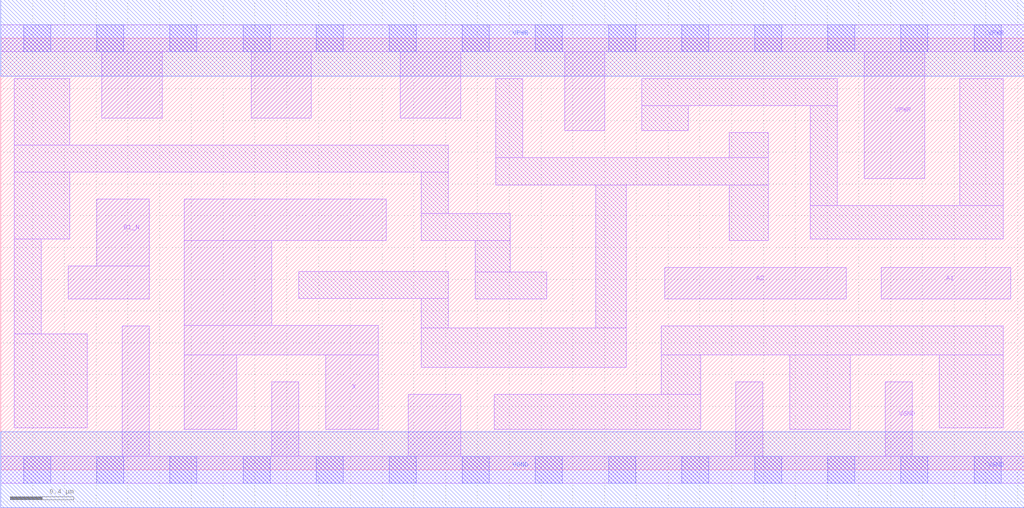
<source format=lef>
# Copyright 2020 The SkyWater PDK Authors
#
# Licensed under the Apache License, Version 2.0 (the "License");
# you may not use this file except in compliance with the License.
# You may obtain a copy of the License at
#
#     https://www.apache.org/licenses/LICENSE-2.0
#
# Unless required by applicable law or agreed to in writing, software
# distributed under the License is distributed on an "AS IS" BASIS,
# WITHOUT WARRANTIES OR CONDITIONS OF ANY KIND, either express or implied.
# See the License for the specific language governing permissions and
# limitations under the License.
#
# SPDX-License-Identifier: Apache-2.0

VERSION 5.7 ;
  NAMESCASESENSITIVE ON ;
  NOWIREEXTENSIONATPIN ON ;
  DIVIDERCHAR "/" ;
  BUSBITCHARS "[]" ;
UNITS
  DATABASE MICRONS 200 ;
END UNITS
PROPERTYDEFINITIONS
  MACRO maskLayoutSubType STRING ;
  MACRO prCellType STRING ;
  MACRO originalViewName STRING ;
END PROPERTYDEFINITIONS
MACRO sky130_fd_sc_hdll__o21ba_4
  CLASS CORE ;
  FOREIGN sky130_fd_sc_hdll__o21ba_4 ;
  ORIGIN  0.000000  0.000000 ;
  SIZE  6.440000 BY  2.720000 ;
  SYMMETRY X Y R90 ;
  SITE unithd ;
  PIN A1
    ANTENNAGATEAREA  0.555000 ;
    DIRECTION INPUT ;
    USE SIGNAL ;
    PORT
      LAYER li1 ;
        RECT 5.540000 1.075000 6.355000 1.275000 ;
    END
  END A1
  PIN A2
    ANTENNAGATEAREA  0.555000 ;
    DIRECTION INPUT ;
    USE SIGNAL ;
    PORT
      LAYER li1 ;
        RECT 4.180000 1.075000 5.320000 1.275000 ;
    END
  END A2
  PIN B1_N
    ANTENNAGATEAREA  0.277500 ;
    DIRECTION INPUT ;
    USE SIGNAL ;
    PORT
      LAYER li1 ;
        RECT 0.425000 1.075000 0.935000 1.285000 ;
        RECT 0.605000 1.285000 0.935000 1.705000 ;
    END
  END B1_N
  PIN X
    ANTENNADIFFAREA  1.028500 ;
    DIRECTION OUTPUT ;
    USE SIGNAL ;
    PORT
      LAYER li1 ;
        RECT 1.155000 0.255000 1.485000 0.725000 ;
        RECT 1.155000 0.725000 2.375000 0.910000 ;
        RECT 1.155000 0.910000 1.705000 1.445000 ;
        RECT 1.155000 1.445000 2.425000 1.705000 ;
        RECT 2.045000 0.255000 2.375000 0.725000 ;
    END
  END X
  PIN VGND
    DIRECTION INOUT ;
    USE GROUND ;
    PORT
      LAYER li1 ;
        RECT 0.000000 -0.085000 6.440000 0.085000 ;
        RECT 0.765000  0.085000 0.935000 0.905000 ;
        RECT 1.705000  0.085000 1.875000 0.555000 ;
        RECT 2.565000  0.085000 2.895000 0.475000 ;
        RECT 4.625000  0.085000 4.795000 0.555000 ;
        RECT 5.565000  0.085000 5.735000 0.555000 ;
      LAYER mcon ;
        RECT 0.145000 -0.085000 0.315000 0.085000 ;
        RECT 0.605000 -0.085000 0.775000 0.085000 ;
        RECT 1.065000 -0.085000 1.235000 0.085000 ;
        RECT 1.525000 -0.085000 1.695000 0.085000 ;
        RECT 1.985000 -0.085000 2.155000 0.085000 ;
        RECT 2.445000 -0.085000 2.615000 0.085000 ;
        RECT 2.905000 -0.085000 3.075000 0.085000 ;
        RECT 3.365000 -0.085000 3.535000 0.085000 ;
        RECT 3.825000 -0.085000 3.995000 0.085000 ;
        RECT 4.285000 -0.085000 4.455000 0.085000 ;
        RECT 4.745000 -0.085000 4.915000 0.085000 ;
        RECT 5.205000 -0.085000 5.375000 0.085000 ;
        RECT 5.665000 -0.085000 5.835000 0.085000 ;
        RECT 6.125000 -0.085000 6.295000 0.085000 ;
      LAYER met1 ;
        RECT 0.000000 -0.240000 6.440000 0.240000 ;
    END
  END VGND
  PIN VPWR
    DIRECTION INOUT ;
    USE POWER ;
    PORT
      LAYER li1 ;
        RECT 0.000000 2.635000 6.440000 2.805000 ;
        RECT 0.635000 2.215000 1.015000 2.635000 ;
        RECT 1.575000 2.215000 1.955000 2.635000 ;
        RECT 2.515000 2.215000 2.895000 2.635000 ;
        RECT 3.550000 2.135000 3.800000 2.635000 ;
        RECT 5.435000 1.835000 5.815000 2.635000 ;
      LAYER mcon ;
        RECT 0.145000 2.635000 0.315000 2.805000 ;
        RECT 0.605000 2.635000 0.775000 2.805000 ;
        RECT 1.065000 2.635000 1.235000 2.805000 ;
        RECT 1.525000 2.635000 1.695000 2.805000 ;
        RECT 1.985000 2.635000 2.155000 2.805000 ;
        RECT 2.445000 2.635000 2.615000 2.805000 ;
        RECT 2.905000 2.635000 3.075000 2.805000 ;
        RECT 3.365000 2.635000 3.535000 2.805000 ;
        RECT 3.825000 2.635000 3.995000 2.805000 ;
        RECT 4.285000 2.635000 4.455000 2.805000 ;
        RECT 4.745000 2.635000 4.915000 2.805000 ;
        RECT 5.205000 2.635000 5.375000 2.805000 ;
        RECT 5.665000 2.635000 5.835000 2.805000 ;
        RECT 6.125000 2.635000 6.295000 2.805000 ;
      LAYER met1 ;
        RECT 0.000000 2.480000 6.440000 2.960000 ;
    END
  END VPWR
  OBS
    LAYER li1 ;
      RECT 0.085000 0.265000 0.545000 0.855000 ;
      RECT 0.085000 0.855000 0.255000 1.455000 ;
      RECT 0.085000 1.455000 0.435000 1.875000 ;
      RECT 0.085000 1.875000 2.815000 2.045000 ;
      RECT 0.085000 2.045000 0.435000 2.465000 ;
      RECT 1.875000 1.080000 2.815000 1.250000 ;
      RECT 2.645000 0.645000 3.935000 0.895000 ;
      RECT 2.645000 0.895000 2.815000 1.080000 ;
      RECT 2.645000 1.445000 3.205000 1.615000 ;
      RECT 2.645000 1.615000 2.815000 1.875000 ;
      RECT 2.985000 1.075000 3.435000 1.245000 ;
      RECT 2.985000 1.245000 3.205000 1.445000 ;
      RECT 3.105000 0.255000 4.405000 0.475000 ;
      RECT 3.115000 1.795000 4.830000 1.965000 ;
      RECT 3.115000 1.965000 3.285000 2.465000 ;
      RECT 3.745000 0.895000 3.935000 1.795000 ;
      RECT 4.035000 2.135000 4.325000 2.295000 ;
      RECT 4.035000 2.295000 5.265000 2.465000 ;
      RECT 4.155000 0.475000 4.405000 0.725000 ;
      RECT 4.155000 0.725000 6.310000 0.905000 ;
      RECT 4.585000 1.445000 4.830000 1.795000 ;
      RECT 4.585000 1.965000 4.830000 2.125000 ;
      RECT 4.965000 0.255000 5.345000 0.725000 ;
      RECT 5.095000 1.455000 6.310000 1.665000 ;
      RECT 5.095000 1.665000 5.265000 2.295000 ;
      RECT 5.905000 0.265000 6.310000 0.725000 ;
      RECT 6.035000 1.665000 6.310000 2.465000 ;
  END
  PROPERTY maskLayoutSubType "abstract" ;
  PROPERTY prCellType "standard" ;
  PROPERTY originalViewName "layout" ;
END sky130_fd_sc_hdll__o21ba_4

</source>
